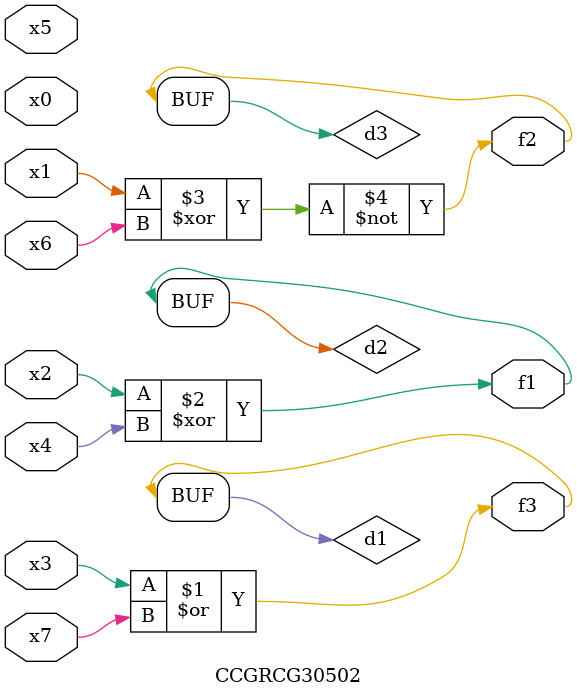
<source format=v>
module CCGRCG30502(
	input x0, x1, x2, x3, x4, x5, x6, x7,
	output f1, f2, f3
);

	wire d1, d2, d3;

	or (d1, x3, x7);
	xor (d2, x2, x4);
	xnor (d3, x1, x6);
	assign f1 = d2;
	assign f2 = d3;
	assign f3 = d1;
endmodule

</source>
